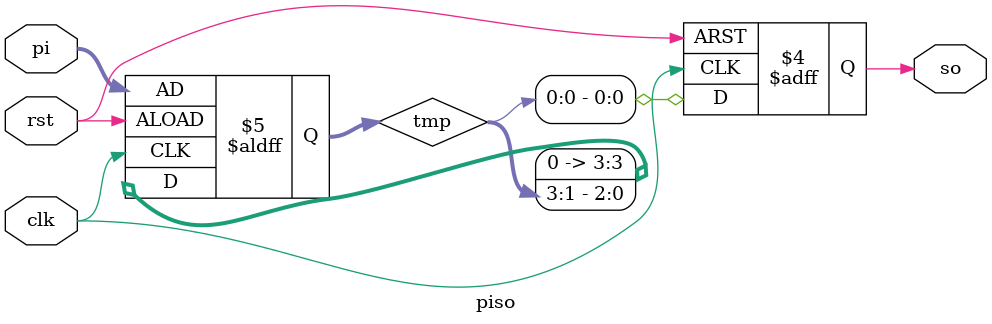
<source format=v>
module piso(clk,rst,pi,so);
input clk,rst;
input [3:0]pi;
output so;
reg so;
reg [3:0]tmp;
always@(posedge clk,posedge rst)
begin
if(rst==1'b1)
begin
so<=1'b0;
tmp<=pi;
end
else
begin
so<=tmp[0];
tmp <= tmp>>1;
end
end
endmodule

</source>
